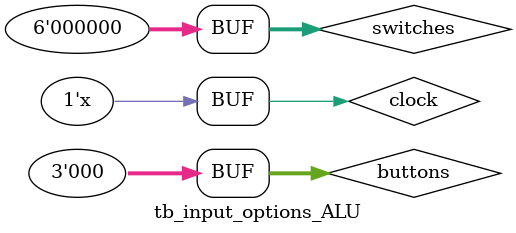
<source format=v>
`timescale 1ns / 1ps


module tb_input_options_ALU;
  reg [5 : 0] switches;
  reg [2 : 0] buttons;
  reg clock;
  wire [5 : 0] LEDS;

  
  initial begin
    $dumpfile("dump.vcd"); $dumpvars;
    
    clock = 0;
    switches = 0;
    buttons = 0;

//////////////////////////////////////////////////////////////////////////////////    
    #5
    switches = 15;
    buttons = 3'b100; //A
    
    #5
    switches = 20;
    buttons = 3'b010; //B
    
    #5
    switches = 6'b100000; //ADD
    buttons = 3'b001; //Op
    //Resultado esperado: D.35 - 0x23 - 10 0011
//////////////////////////////////////////////////////////////////////////////////    
    
    #5
    switches = 20;
    buttons = 3'b100; //A
    
    #5
    switches = 15;
    buttons = 3'b010; //B
    
    #5
    switches = 6'b100010; //SUB
    buttons = 3'b001; //Op
    //Resultado esperado: 5 - 00 0101    
//////////////////////////////////////////////////////////////////////////////////   
 
    #5
    switches = 15;
    buttons = 3'b100; //A
    
    #5
    switches = 20;
    buttons = 3'b010; //B
    
    #5
    switches = 6'b100100; //AND
    buttons = 3'b001; //Op
    //Resultado esperado: 4 - 00 0100
////////////////////////////////////////////////////////////////////////////////// 
    
    #5
    switches = 20;
    buttons = 3'b100; //A
    
    #5
    switches = 15;
    buttons = 3'b010; //B
    
    #5
    switches = 6'b100101; //OR
    buttons = 3'b001; //Op
    //Resultado esperado: D.31 - 0x1F - 01 1111
////////////////////////////////////////////////////////////////////////////////// 

    #5
    switches = 15;
    buttons = 3'b100; //A
    
    #5
    switches = 20;
    buttons = 3'b010; //B
    
    #5
    switches = 6'b100110; //XOR
    buttons = 3'b001; //Op
    //Resultado esperado: D.27 - 0x1B - 01 1011
//////////////////////////////////////////////////////////////////////////////////
    
    #5
    switches = 20;
    buttons = 3'b100; //A
    
    #5
    switches = 15;
    buttons = 3'b010; //B
    
    #5
    switches = 6'b100111; //NOR
    buttons = 3'b001; //Op
    //Resultado esperado: D.32 - 0x20 - 10 0000
//////////////////////////////////////////////////////////////////////////////////
    
    #5
    switches = 0;
    buttons = 0;

  end
  
  always #1 clock = ~clock;
   
  input_options_ALU instance_input_options_ALU(
        .LEDS(LEDS), 
        .switches(switches), 
        .buttons(buttons), 
        .clock(clock)
  );
endmodule

</source>
